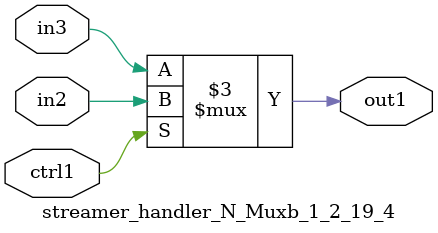
<source format=v>

`timescale 1ps / 1ps


module streamer_handler_N_Muxb_1_2_19_4( in3, in2, ctrl1, out1 );

    input in3;
    input in2;
    input ctrl1;
    output out1;
    reg out1;

    
    // rtl_process:streamer_handler_N_Muxb_1_2_19_4/streamer_handler_N_Muxb_1_2_19_4_thread_1
    always @*
      begin : streamer_handler_N_Muxb_1_2_19_4_thread_1
        case (ctrl1) 
          1'b1: 
            begin
              out1 = in2;
            end
          default: 
            begin
              out1 = in3;
            end
        endcase
      end

endmodule



</source>
